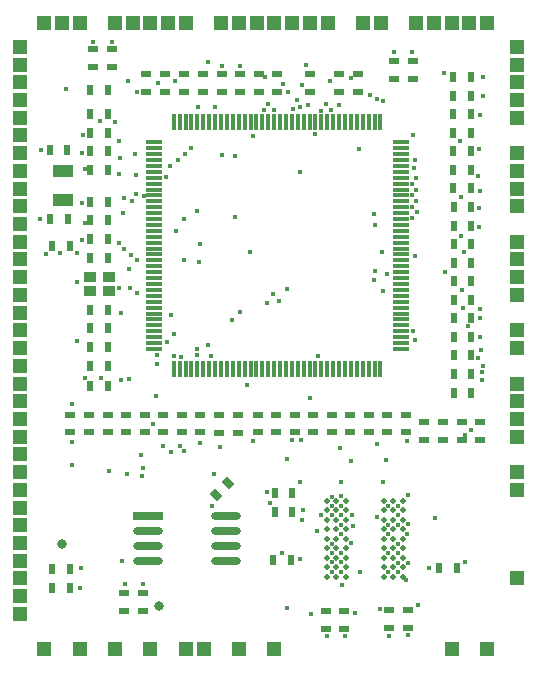
<source format=gts>
G04*
G04 #@! TF.GenerationSoftware,Altium Limited,Altium Designer,19.1.9 (167)*
G04*
G04 Layer_Color=8388736*
%FSLAX44Y44*%
%MOMM*%
G71*
G01*
G75*
%ADD13C,0.5000*%
%ADD14R,0.6000X0.9000*%
%ADD15R,1.0000X0.9000*%
%ADD16R,1.8000X1.0000*%
%ADD17R,1.3500X0.3500*%
%ADD18R,0.3500X1.3500*%
%ADD19O,2.5000X0.7000*%
%ADD20R,2.5000X0.7000*%
%ADD21R,0.9000X0.6000*%
G04:AMPARAMS|DCode=22|XSize=0.6mm|YSize=0.9mm|CornerRadius=0mm|HoleSize=0mm|Usage=FLASHONLY|Rotation=45.000|XOffset=0mm|YOffset=0mm|HoleType=Round|Shape=Rectangle|*
%AMROTATEDRECTD22*
4,1,4,0.1061,-0.5303,-0.5303,0.1061,-0.1061,0.5303,0.5303,-0.1061,0.1061,-0.5303,0.0*
%
%ADD22ROTATEDRECTD22*%

%ADD23R,1.3032X1.3032*%
%ADD24C,0.4000*%
%ADD25C,0.8000*%
D13*
X259500Y125500D02*
D03*
Y117500D02*
D03*
Y109500D02*
D03*
Y101500D02*
D03*
Y93500D02*
D03*
Y85500D02*
D03*
Y77500D02*
D03*
Y69500D02*
D03*
Y61500D02*
D03*
X267500Y125500D02*
D03*
Y117500D02*
D03*
Y109500D02*
D03*
Y101500D02*
D03*
Y93500D02*
D03*
Y85500D02*
D03*
Y77500D02*
D03*
Y69500D02*
D03*
Y61500D02*
D03*
X275500Y125500D02*
D03*
Y117500D02*
D03*
Y109500D02*
D03*
Y101500D02*
D03*
Y93500D02*
D03*
Y85500D02*
D03*
Y77500D02*
D03*
Y69500D02*
D03*
Y61500D02*
D03*
X307500Y125500D02*
D03*
Y117500D02*
D03*
Y109500D02*
D03*
Y101500D02*
D03*
Y93500D02*
D03*
Y85500D02*
D03*
Y77500D02*
D03*
Y69500D02*
D03*
Y61500D02*
D03*
X315500Y125500D02*
D03*
Y117500D02*
D03*
Y109500D02*
D03*
Y101500D02*
D03*
Y93500D02*
D03*
Y85500D02*
D03*
Y77500D02*
D03*
Y69500D02*
D03*
Y61500D02*
D03*
X323500Y125500D02*
D03*
Y117500D02*
D03*
Y109500D02*
D03*
Y101500D02*
D03*
Y93500D02*
D03*
Y85500D02*
D03*
Y77500D02*
D03*
Y69500D02*
D03*
Y61500D02*
D03*
D14*
X230250Y116547D02*
D03*
X215250D02*
D03*
X381250Y390155D02*
D03*
X366250D02*
D03*
X381750Y374453D02*
D03*
X366750D02*
D03*
X381750Y358750D02*
D03*
X366750D02*
D03*
X381750Y327298D02*
D03*
X366750D02*
D03*
X366750Y233082D02*
D03*
X381750D02*
D03*
X381750Y311595D02*
D03*
X366750D02*
D03*
X366750Y217380D02*
D03*
X381750D02*
D03*
X381750Y295892D02*
D03*
X366750D02*
D03*
X74250Y347453D02*
D03*
X59250D02*
D03*
X381750Y280190D02*
D03*
X366750D02*
D03*
X381750Y264487D02*
D03*
X366750D02*
D03*
X381750Y248785D02*
D03*
X366750D02*
D03*
X74250Y363155D02*
D03*
X59250D02*
D03*
X74250Y378858D02*
D03*
X59250D02*
D03*
X74250Y405500D02*
D03*
X59250D02*
D03*
X74250Y421750D02*
D03*
X59250D02*
D03*
X74250Y437500D02*
D03*
X59250D02*
D03*
X74250Y453500D02*
D03*
X59250D02*
D03*
X381500Y452965D02*
D03*
X366500D02*
D03*
X381500Y437263D02*
D03*
X366500D02*
D03*
X381500Y421560D02*
D03*
X366500D02*
D03*
X381250Y405858D02*
D03*
X366250D02*
D03*
X59250Y240047D02*
D03*
X74250D02*
D03*
X74250Y473453D02*
D03*
X59250D02*
D03*
X59250Y256000D02*
D03*
X74250D02*
D03*
X59250Y271798D02*
D03*
X74250D02*
D03*
X41750Y67750D02*
D03*
X26750D02*
D03*
X41750Y51500D02*
D03*
X26750D02*
D03*
X369250Y69000D02*
D03*
X354250D02*
D03*
X215250Y132250D02*
D03*
X230250D02*
D03*
X214000Y75250D02*
D03*
X229000D02*
D03*
X381500Y468750D02*
D03*
X366500D02*
D03*
X381250Y484500D02*
D03*
X366250D02*
D03*
X381750Y343000D02*
D03*
X366750D02*
D03*
X59250Y287500D02*
D03*
X74250D02*
D03*
X59250Y330863D02*
D03*
X74250D02*
D03*
X59250Y222750D02*
D03*
X74250D02*
D03*
X26750Y341750D02*
D03*
X41750D02*
D03*
X25000Y364347D02*
D03*
X40000D02*
D03*
X24750Y422750D02*
D03*
X39750D02*
D03*
D15*
X75250Y303000D02*
D03*
Y315250D02*
D03*
X58750Y303000D02*
D03*
Y315250D02*
D03*
D16*
X36250Y380250D02*
D03*
Y405250D02*
D03*
D17*
X112750Y429250D02*
D03*
Y424250D02*
D03*
Y419250D02*
D03*
Y414250D02*
D03*
Y409250D02*
D03*
Y404250D02*
D03*
Y399250D02*
D03*
Y394250D02*
D03*
Y389250D02*
D03*
Y384250D02*
D03*
Y379250D02*
D03*
Y374250D02*
D03*
Y369250D02*
D03*
Y364250D02*
D03*
Y359250D02*
D03*
Y354250D02*
D03*
Y349250D02*
D03*
Y344250D02*
D03*
Y339250D02*
D03*
Y334250D02*
D03*
Y329250D02*
D03*
Y324250D02*
D03*
Y319250D02*
D03*
Y314250D02*
D03*
Y309250D02*
D03*
Y304250D02*
D03*
Y299250D02*
D03*
Y294250D02*
D03*
Y289250D02*
D03*
Y284250D02*
D03*
Y279250D02*
D03*
Y274250D02*
D03*
Y269250D02*
D03*
Y264250D02*
D03*
Y259250D02*
D03*
Y254250D02*
D03*
X321750D02*
D03*
Y259250D02*
D03*
Y264250D02*
D03*
Y269250D02*
D03*
Y274250D02*
D03*
Y279250D02*
D03*
Y284250D02*
D03*
Y289250D02*
D03*
Y294250D02*
D03*
Y299250D02*
D03*
Y304250D02*
D03*
Y309250D02*
D03*
Y314250D02*
D03*
Y319250D02*
D03*
Y324250D02*
D03*
Y329250D02*
D03*
Y334250D02*
D03*
Y339250D02*
D03*
Y344250D02*
D03*
Y349250D02*
D03*
Y354250D02*
D03*
Y359250D02*
D03*
Y364250D02*
D03*
Y369250D02*
D03*
Y374250D02*
D03*
Y379250D02*
D03*
Y384250D02*
D03*
Y389250D02*
D03*
Y394250D02*
D03*
Y399250D02*
D03*
Y404250D02*
D03*
Y409250D02*
D03*
Y414250D02*
D03*
Y419250D02*
D03*
Y424250D02*
D03*
Y429250D02*
D03*
D18*
X129750Y237250D02*
D03*
X134750D02*
D03*
X139750D02*
D03*
X144750D02*
D03*
X149750D02*
D03*
X154750D02*
D03*
X159750D02*
D03*
X164750D02*
D03*
X169750D02*
D03*
X174750D02*
D03*
X179750D02*
D03*
X184750D02*
D03*
X189750D02*
D03*
X194750D02*
D03*
X199750D02*
D03*
X204750D02*
D03*
X209750D02*
D03*
X214750D02*
D03*
X219750D02*
D03*
X224750D02*
D03*
X229750D02*
D03*
X234750D02*
D03*
X239750D02*
D03*
X244750D02*
D03*
X249750D02*
D03*
X254750D02*
D03*
X259750D02*
D03*
X264750D02*
D03*
X269750D02*
D03*
X274750D02*
D03*
X279750D02*
D03*
X284750D02*
D03*
X289750D02*
D03*
X294750D02*
D03*
X299750D02*
D03*
X304750D02*
D03*
Y446250D02*
D03*
X299750D02*
D03*
X294750D02*
D03*
X289750D02*
D03*
X284750D02*
D03*
X279750D02*
D03*
X274750D02*
D03*
X269750D02*
D03*
X264750D02*
D03*
X259750D02*
D03*
X254750D02*
D03*
X249750D02*
D03*
X244750D02*
D03*
X239750D02*
D03*
X234750D02*
D03*
X229750D02*
D03*
X224750D02*
D03*
X219750D02*
D03*
X214750D02*
D03*
X209750D02*
D03*
X204750D02*
D03*
X199750D02*
D03*
X194750D02*
D03*
X189750D02*
D03*
X184750D02*
D03*
X179750D02*
D03*
X174750D02*
D03*
X169750D02*
D03*
X164750D02*
D03*
X159750D02*
D03*
X154750D02*
D03*
X149750D02*
D03*
X144750D02*
D03*
X139750D02*
D03*
X134750D02*
D03*
X129750D02*
D03*
D19*
X173853Y74900D02*
D03*
Y87600D02*
D03*
Y100300D02*
D03*
Y113000D02*
D03*
X107852Y74900D02*
D03*
Y87600D02*
D03*
Y100300D02*
D03*
D20*
Y113000D02*
D03*
D21*
X316250Y483000D02*
D03*
Y498000D02*
D03*
X331953Y498000D02*
D03*
Y483000D02*
D03*
X61500Y493000D02*
D03*
Y508000D02*
D03*
X77203Y508000D02*
D03*
Y493000D02*
D03*
X152203Y198750D02*
D03*
Y183750D02*
D03*
X136500Y198750D02*
D03*
Y183750D02*
D03*
X120798Y198750D02*
D03*
Y183750D02*
D03*
X89392Y198750D02*
D03*
Y183750D02*
D03*
X73690Y198750D02*
D03*
Y183750D02*
D03*
X357703Y192250D02*
D03*
Y177250D02*
D03*
X154500Y471750D02*
D03*
Y486750D02*
D03*
X170203Y471750D02*
D03*
Y486750D02*
D03*
X186000Y471750D02*
D03*
Y486750D02*
D03*
X269750Y486750D02*
D03*
Y471750D02*
D03*
X285452Y486750D02*
D03*
Y471750D02*
D03*
X201702Y486750D02*
D03*
Y471750D02*
D03*
X342000Y192250D02*
D03*
Y177250D02*
D03*
X326297Y198750D02*
D03*
Y183750D02*
D03*
X310595Y198750D02*
D03*
Y183750D02*
D03*
X294892Y198750D02*
D03*
Y183750D02*
D03*
X279190Y198750D02*
D03*
Y183750D02*
D03*
X263487Y198750D02*
D03*
Y183750D02*
D03*
X232082Y198750D02*
D03*
Y183750D02*
D03*
X216380Y198750D02*
D03*
Y183750D02*
D03*
X200677Y198750D02*
D03*
Y183750D02*
D03*
X57987Y198750D02*
D03*
Y183750D02*
D03*
X184250Y183500D02*
D03*
Y198500D02*
D03*
X122297Y471750D02*
D03*
Y486750D02*
D03*
X167905Y183500D02*
D03*
Y198500D02*
D03*
X138798Y471750D02*
D03*
Y486750D02*
D03*
X103750Y47500D02*
D03*
Y32500D02*
D03*
X88048Y47500D02*
D03*
Y32500D02*
D03*
X327952Y18000D02*
D03*
Y33000D02*
D03*
X312250Y18000D02*
D03*
Y33000D02*
D03*
X274000Y17250D02*
D03*
Y32250D02*
D03*
X258250Y17250D02*
D03*
Y32250D02*
D03*
X373750Y177250D02*
D03*
Y192250D02*
D03*
X106595Y486750D02*
D03*
Y471750D02*
D03*
X217405Y486750D02*
D03*
Y471750D02*
D03*
X245500Y486750D02*
D03*
Y471750D02*
D03*
X389453Y177250D02*
D03*
Y192250D02*
D03*
X247785Y183750D02*
D03*
Y198750D02*
D03*
X105095Y183750D02*
D03*
Y198750D02*
D03*
X42285Y183750D02*
D03*
Y198750D02*
D03*
D22*
X165250Y130520D02*
D03*
X175857Y141126D02*
D03*
D23*
X0Y510000D02*
D03*
X155000Y0D02*
D03*
X140000D02*
D03*
X420000Y60000D02*
D03*
X0Y120000D02*
D03*
Y240000D02*
D03*
Y345000D02*
D03*
Y360000D02*
D03*
Y330000D02*
D03*
Y315000D02*
D03*
Y300000D02*
D03*
Y285000D02*
D03*
Y270000D02*
D03*
Y255000D02*
D03*
Y225000D02*
D03*
Y210000D02*
D03*
Y195000D02*
D03*
Y180000D02*
D03*
Y165000D02*
D03*
Y150000D02*
D03*
Y135000D02*
D03*
Y105000D02*
D03*
Y90000D02*
D03*
Y75000D02*
D03*
Y60000D02*
D03*
Y45000D02*
D03*
Y30000D02*
D03*
X20000Y0D02*
D03*
X50000D02*
D03*
X110000D02*
D03*
X80000D02*
D03*
X215000D02*
D03*
X185000D02*
D03*
X0Y435000D02*
D03*
X420000Y135000D02*
D03*
Y225000D02*
D03*
Y255000D02*
D03*
Y270000D02*
D03*
Y300000D02*
D03*
Y315000D02*
D03*
Y345000D02*
D03*
Y375000D02*
D03*
Y390000D02*
D03*
Y405000D02*
D03*
Y420000D02*
D03*
Y330000D02*
D03*
X395000Y530000D02*
D03*
X380000D02*
D03*
X365000D02*
D03*
X350000D02*
D03*
X335000D02*
D03*
X305000D02*
D03*
X290000D02*
D03*
X260000D02*
D03*
X245000D02*
D03*
X230000D02*
D03*
X215000D02*
D03*
X200000D02*
D03*
X185000D02*
D03*
X20000D02*
D03*
X35000D02*
D03*
X50000D02*
D03*
X80000D02*
D03*
X95000D02*
D03*
X110000D02*
D03*
X125000D02*
D03*
X140000D02*
D03*
X170000D02*
D03*
X420000Y510000D02*
D03*
Y495000D02*
D03*
Y480000D02*
D03*
Y465000D02*
D03*
Y450000D02*
D03*
Y210000D02*
D03*
Y195000D02*
D03*
Y180000D02*
D03*
Y150000D02*
D03*
X0Y495000D02*
D03*
Y480000D02*
D03*
Y465000D02*
D03*
Y450000D02*
D03*
X395000Y0D02*
D03*
X365000D02*
D03*
X0Y420000D02*
D03*
Y405000D02*
D03*
Y390000D02*
D03*
Y375000D02*
D03*
D24*
X389250Y280500D02*
D03*
X306500Y336000D02*
D03*
X286750Y423500D02*
D03*
X311472Y121307D02*
D03*
X120506Y171758D02*
D03*
X197250Y176750D02*
D03*
X311515Y81504D02*
D03*
X116750Y479500D02*
D03*
X52441Y377750D02*
D03*
X271513Y73504D02*
D03*
X129860Y248116D02*
D03*
X99000Y302000D02*
D03*
X209750Y461500D02*
D03*
X243250Y461000D02*
D03*
X236511Y459022D02*
D03*
X231011Y457022D02*
D03*
X269500Y461000D02*
D03*
X258750Y461250D02*
D03*
X296250Y469000D02*
D03*
X158500Y258000D02*
D03*
X375750Y336000D02*
D03*
X372750Y349500D02*
D03*
X333016Y407770D02*
D03*
X372114Y429973D02*
D03*
X86750Y369500D02*
D03*
X94250Y379500D02*
D03*
X97500Y385750D02*
D03*
X138250Y329500D02*
D03*
X213750Y300750D02*
D03*
X178759Y279014D02*
D03*
X130000Y266500D02*
D03*
X43250Y156250D02*
D03*
X44000Y207250D02*
D03*
X92000Y228750D02*
D03*
X192000Y223500D02*
D03*
X319516Y121506D02*
D03*
X327516Y97255D02*
D03*
X319496Y113275D02*
D03*
X319516Y105505D02*
D03*
Y89504D02*
D03*
X319266Y81254D02*
D03*
Y73254D02*
D03*
X311515Y65503D02*
D03*
X221261Y81754D02*
D03*
X127825Y166850D02*
D03*
X101750Y164600D02*
D03*
X162000Y121000D02*
D03*
X211500Y124000D02*
D03*
X208750Y132750D02*
D03*
X271513Y65503D02*
D03*
X263513D02*
D03*
Y81504D02*
D03*
X271513D02*
D03*
Y97505D02*
D03*
X251000Y100500D02*
D03*
X271513Y105505D02*
D03*
X280500Y113500D02*
D03*
X263513Y121506D02*
D03*
X271278Y121500D02*
D03*
X263634Y113505D02*
D03*
X271500Y113500D02*
D03*
X327750Y130500D02*
D03*
X185750Y494000D02*
D03*
X262250Y481250D02*
D03*
X67250Y447250D02*
D03*
X274500Y11250D02*
D03*
X283000Y30750D02*
D03*
X246000Y29500D02*
D03*
X237000Y76250D02*
D03*
X287264Y65503D02*
D03*
X226000Y35250D02*
D03*
X336250Y37250D02*
D03*
X311500Y97500D02*
D03*
X237000Y141500D02*
D03*
X238500Y109250D02*
D03*
X304000Y34000D02*
D03*
X326500Y58500D02*
D03*
X391500Y240250D02*
D03*
X390500Y234500D02*
D03*
X391000Y228250D02*
D03*
X334000Y262250D02*
D03*
X389750Y253750D02*
D03*
X376750Y73500D02*
D03*
X345500Y69000D02*
D03*
X328500Y11750D02*
D03*
X311750Y11250D02*
D03*
X259500Y11250D02*
D03*
X280250Y89750D02*
D03*
X239250Y118250D02*
D03*
X271500Y141750D02*
D03*
X279499Y159750D02*
D03*
X307250Y141500D02*
D03*
X311500Y105500D02*
D03*
X309250Y160000D02*
D03*
X302250Y173500D02*
D03*
X151750Y342750D02*
D03*
X151500Y328250D02*
D03*
X55000Y406250D02*
D03*
X138250Y364500D02*
D03*
X52000Y420000D02*
D03*
X53250Y435250D02*
D03*
X55000Y360750D02*
D03*
X226000Y161500D02*
D03*
X271763Y129506D02*
D03*
X263750Y129250D02*
D03*
X170750Y493500D02*
D03*
X182000Y417250D02*
D03*
Y366250D02*
D03*
X270500Y170500D02*
D03*
X130750Y481250D02*
D03*
X328000Y105750D02*
D03*
X350750Y111250D02*
D03*
X389000Y387750D02*
D03*
X387750Y400750D02*
D03*
X388500Y423500D02*
D03*
X388750Y452750D02*
D03*
X391500Y484250D02*
D03*
X358500Y487500D02*
D03*
X391750Y468487D02*
D03*
X230000Y177250D02*
D03*
X263500Y89500D02*
D03*
X169250Y171500D02*
D03*
X254500Y114000D02*
D03*
X47500Y261000D02*
D03*
X151750Y175000D02*
D03*
X134750Y172250D02*
D03*
X302000Y111750D02*
D03*
X90500Y148250D02*
D03*
X75000Y151250D02*
D03*
X207250Y484750D02*
D03*
X281500Y104750D02*
D03*
X263453Y73563D02*
D03*
X263013Y456272D02*
D03*
X254250Y456000D02*
D03*
X279500Y484000D02*
D03*
X327250Y176500D02*
D03*
X272250Y54500D02*
D03*
X388250Y373750D02*
D03*
X388500Y357500D02*
D03*
X387750Y247000D02*
D03*
X388750Y264500D02*
D03*
X376518Y181009D02*
D03*
X327750Y73250D02*
D03*
X319250Y65250D02*
D03*
X378500Y274000D02*
D03*
X104250Y383750D02*
D03*
X17000Y422750D02*
D03*
X98000Y401250D02*
D03*
X93000Y305750D02*
D03*
X84750Y285000D02*
D03*
X48000Y310750D02*
D03*
Y335750D02*
D03*
X91504Y322266D02*
D03*
X87250Y382250D02*
D03*
X16750Y364500D02*
D03*
X136250Y247250D02*
D03*
X161000Y248250D02*
D03*
X114750Y214500D02*
D03*
X68500Y229750D02*
D03*
X54750D02*
D03*
X33500Y335750D02*
D03*
X91000Y481000D02*
D03*
X242000Y495000D02*
D03*
X222500Y479000D02*
D03*
X171000Y418250D02*
D03*
X158750Y497250D02*
D03*
X88500Y55500D02*
D03*
X103500Y55000D02*
D03*
X50500Y51500D02*
D03*
X51000Y69000D02*
D03*
X237500Y177250D02*
D03*
X43750Y175250D02*
D03*
X85000Y228000D02*
D03*
X112500Y191000D02*
D03*
X194500Y336250D02*
D03*
X115250Y241750D02*
D03*
X123750Y260500D02*
D03*
X127750Y283250D02*
D03*
X186250Y285500D02*
D03*
X208500Y292750D02*
D03*
X115250Y248750D02*
D03*
X149250D02*
D03*
Y254500D02*
D03*
X219250Y295000D02*
D03*
X381250Y186000D02*
D03*
X225250Y304750D02*
D03*
X389250Y287750D02*
D03*
X334000Y333000D02*
D03*
X332250Y269250D02*
D03*
X359250Y319750D02*
D03*
X372750Y382500D02*
D03*
X306750Y464250D02*
D03*
X238500Y478000D02*
D03*
X334250Y414500D02*
D03*
X331500Y364750D02*
D03*
X335250Y399000D02*
D03*
X331500Y394250D02*
D03*
X334750Y389250D02*
D03*
X331500Y384250D02*
D03*
X335000Y379500D02*
D03*
X331500Y374250D02*
D03*
X336000Y370000D02*
D03*
X332500Y435750D02*
D03*
X149250Y371000D02*
D03*
X316000Y505500D02*
D03*
X331750Y506000D02*
D03*
X301500Y466000D02*
D03*
X237000Y404500D02*
D03*
X234500Y464750D02*
D03*
X214500Y456500D02*
D03*
X205750Y456750D02*
D03*
X165000Y459250D02*
D03*
X150250Y459000D02*
D03*
X123000Y400000D02*
D03*
X144000Y424000D02*
D03*
X139000Y419250D02*
D03*
X133500Y414000D02*
D03*
X126750Y409250D02*
D03*
X87750Y339250D02*
D03*
X83250Y344250D02*
D03*
X93750Y333500D02*
D03*
X98750Y329250D02*
D03*
X83250Y430500D02*
D03*
X80250Y446750D02*
D03*
X84500Y415750D02*
D03*
X83250Y402000D02*
D03*
X131750Y354250D02*
D03*
X251500Y248500D02*
D03*
X300000Y320250D02*
D03*
X300500Y359500D02*
D03*
X77750Y514250D02*
D03*
X61250D02*
D03*
X245250Y212750D02*
D03*
X97250Y419000D02*
D03*
X21250Y334750D02*
D03*
X83750Y306250D02*
D03*
X226500Y471750D02*
D03*
X99000D02*
D03*
X197250Y434500D02*
D03*
X249500Y436000D02*
D03*
X85750Y75000D02*
D03*
X163871Y148313D02*
D03*
X374250Y289000D02*
D03*
X307000Y303250D02*
D03*
X138750Y167500D02*
D03*
X104000Y153100D02*
D03*
X103000Y146850D02*
D03*
X310500Y317750D02*
D03*
X299250Y312750D02*
D03*
X373750Y304000D02*
D03*
X299250Y368500D02*
D03*
X51726Y346726D02*
D03*
X38750Y474000D02*
D03*
D25*
X117500Y36750D02*
D03*
X34750Y89250D02*
D03*
M02*

</source>
